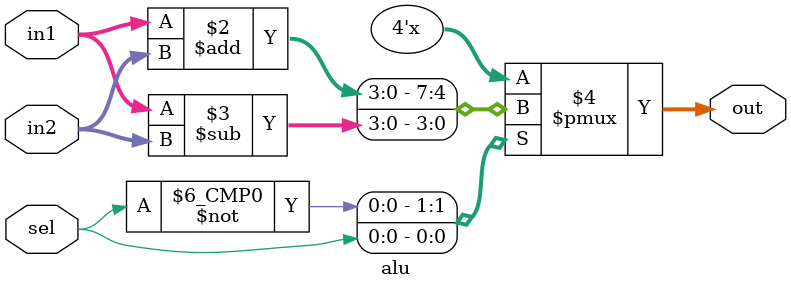
<source format=sv>
module alu #(
    parameter N = 4       // Default to 4 bits, but can be overridden
) (
    input  logic [N-1:0] in1,  // N-bit input 1
    input  logic [N-1:0] in2,  // N-bit input 2
    input  logic         sel,  // 0: add, 1: sub
    output logic [N-1:0] out   // N-bit output
);

    always_comb begin
        case (sel)
            1'b0: out = in1 + in2;  // Addition
            1'b1: out = in1 - in2;  // Subtraction
            default: out = '0;       // Default case (should never happen)
        endcase
    end

endmodule

</source>
